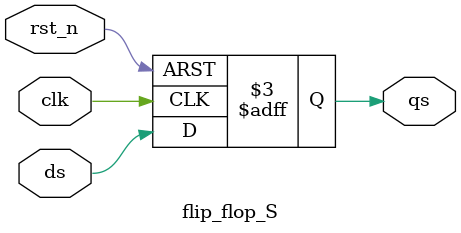
<source format=v>
module flip_flop_S(clk ,rst_n ,qs,ds);

///---inputs--////
input clk,rst_n;
input  ds;

///---outputs---///
output reg qs;


always @(posedge clk or negedge rst_n)
 begin 
	if(!rst_n)
		qs<=0;
	else 
		qs<=ds;
 
 end 
 
 endmodule 
 
</source>
